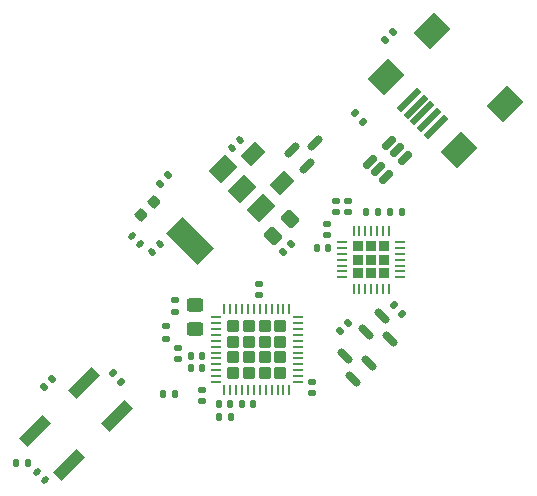
<source format=gbr>
%TF.GenerationSoftware,KiCad,Pcbnew,6.0.1-79c1e3a40b~116~ubuntu20.04.1*%
%TF.CreationDate,2022-02-07T17:34:27-08:00*%
%TF.ProjectId,MirageR1,4d697261-6765-4523-912e-6b696361645f,rev?*%
%TF.SameCoordinates,Original*%
%TF.FileFunction,Paste,Bot*%
%TF.FilePolarity,Positive*%
%FSLAX46Y46*%
G04 Gerber Fmt 4.6, Leading zero omitted, Abs format (unit mm)*
G04 Created by KiCad (PCBNEW 6.0.1-79c1e3a40b~116~ubuntu20.04.1) date 2022-02-07 17:34:27*
%MOMM*%
%LPD*%
G01*
G04 APERTURE LIST*
G04 Aperture macros list*
%AMRoundRect*
0 Rectangle with rounded corners*
0 $1 Rounding radius*
0 $2 $3 $4 $5 $6 $7 $8 $9 X,Y pos of 4 corners*
0 Add a 4 corners polygon primitive as box body*
4,1,4,$2,$3,$4,$5,$6,$7,$8,$9,$2,$3,0*
0 Add four circle primitives for the rounded corners*
1,1,$1+$1,$2,$3*
1,1,$1+$1,$4,$5*
1,1,$1+$1,$6,$7*
1,1,$1+$1,$8,$9*
0 Add four rect primitives between the rounded corners*
20,1,$1+$1,$2,$3,$4,$5,0*
20,1,$1+$1,$4,$5,$6,$7,0*
20,1,$1+$1,$6,$7,$8,$9,0*
20,1,$1+$1,$8,$9,$2,$3,0*%
%AMRotRect*
0 Rectangle, with rotation*
0 The origin of the aperture is its center*
0 $1 length*
0 $2 width*
0 $3 Rotation angle, in degrees counterclockwise*
0 Add horizontal line*
21,1,$1,$2,0,0,$3*%
G04 Aperture macros list end*
%ADD10RoundRect,0.250000X-0.285000X-0.285000X0.285000X-0.285000X0.285000X0.285000X-0.285000X0.285000X0*%
%ADD11RoundRect,0.062500X-0.337500X-0.062500X0.337500X-0.062500X0.337500X0.062500X-0.337500X0.062500X0*%
%ADD12RoundRect,0.062500X-0.062500X-0.337500X0.062500X-0.337500X0.062500X0.337500X-0.062500X0.337500X0*%
%ADD13RoundRect,0.225000X-0.225000X-0.225000X0.225000X-0.225000X0.225000X0.225000X-0.225000X0.225000X0*%
%ADD14RoundRect,0.150000X0.256326X0.468458X-0.468458X-0.256326X-0.256326X-0.468458X0.468458X0.256326X0*%
%ADD15RotRect,2.000000X1.500000X225.000000*%
%ADD16RotRect,2.000000X3.800000X225.000000*%
%ADD17RotRect,2.800000X1.000000X225.000000*%
%ADD18RoundRect,0.135000X0.135000X0.185000X-0.135000X0.185000X-0.135000X-0.185000X0.135000X-0.185000X0*%
%ADD19RoundRect,0.135000X0.185000X-0.135000X0.185000X0.135000X-0.185000X0.135000X-0.185000X-0.135000X0*%
%ADD20RoundRect,0.135000X-0.035355X0.226274X-0.226274X0.035355X0.035355X-0.226274X0.226274X-0.035355X0*%
%ADD21RoundRect,0.135000X-0.226274X-0.035355X-0.035355X-0.226274X0.226274X0.035355X0.035355X0.226274X0*%
%ADD22RoundRect,0.135000X0.035355X-0.226274X0.226274X-0.035355X-0.035355X0.226274X-0.226274X0.035355X0*%
%ADD23RoundRect,0.135000X-0.135000X-0.185000X0.135000X-0.185000X0.135000X0.185000X-0.135000X0.185000X0*%
%ADD24RoundRect,0.150000X-0.521491X0.309359X0.309359X-0.521491X0.521491X-0.309359X-0.309359X0.521491X0*%
%ADD25RoundRect,0.150000X0.521491X-0.309359X-0.309359X0.521491X-0.521491X0.309359X0.309359X-0.521491X0*%
%ADD26RoundRect,0.150000X-0.309359X-0.521491X0.521491X0.309359X0.309359X0.521491X-0.521491X-0.309359X0*%
%ADD27RotRect,2.000000X2.500000X315.000000*%
%ADD28RotRect,0.500000X2.500000X315.000000*%
%ADD29RoundRect,0.250000X0.450000X-0.325000X0.450000X0.325000X-0.450000X0.325000X-0.450000X-0.325000X0*%
%ADD30RoundRect,0.250000X-0.088388X0.548008X-0.548008X0.088388X0.088388X-0.548008X0.548008X-0.088388X0*%
%ADD31RotRect,1.300000X1.700000X315.000000*%
%ADD32RoundRect,0.140000X0.021213X-0.219203X0.219203X-0.021213X-0.021213X0.219203X-0.219203X0.021213X0*%
%ADD33RoundRect,0.140000X0.219203X0.021213X0.021213X0.219203X-0.219203X-0.021213X-0.021213X-0.219203X0*%
%ADD34RoundRect,0.140000X-0.170000X0.140000X-0.170000X-0.140000X0.170000X-0.140000X0.170000X0.140000X0*%
%ADD35RoundRect,0.140000X-0.219203X-0.021213X-0.021213X-0.219203X0.219203X0.021213X0.021213X0.219203X0*%
%ADD36RoundRect,0.140000X0.140000X0.170000X-0.140000X0.170000X-0.140000X-0.170000X0.140000X-0.170000X0*%
%ADD37RoundRect,0.140000X0.170000X-0.140000X0.170000X0.140000X-0.170000X0.140000X-0.170000X-0.140000X0*%
%ADD38RoundRect,0.225000X-0.017678X0.335876X-0.335876X0.017678X0.017678X-0.335876X0.335876X-0.017678X0*%
%ADD39RoundRect,0.140000X-0.021213X0.219203X-0.219203X0.021213X0.021213X-0.219203X0.219203X-0.021213X0*%
G04 APERTURE END LIST*
D10*
%TO.C,U4*%
X149447309Y-101901612D03*
X149447309Y-103221612D03*
X145487309Y-103221612D03*
X148127309Y-103221612D03*
X146807309Y-101901612D03*
X149447309Y-104541612D03*
X148127309Y-104541612D03*
X148127309Y-101901612D03*
X146807309Y-103221612D03*
X146807309Y-105861612D03*
X145487309Y-104541612D03*
X145487309Y-105861612D03*
X149447309Y-105861612D03*
X145487309Y-101901612D03*
X146807309Y-104541612D03*
X148127309Y-105861612D03*
D11*
X144017309Y-106631612D03*
X144017309Y-106131612D03*
X144017309Y-105631612D03*
X144017309Y-105131612D03*
X144017309Y-104631612D03*
X144017309Y-104131612D03*
X144017309Y-103631612D03*
X144017309Y-103131612D03*
X144017309Y-102631612D03*
X144017309Y-102131612D03*
X144017309Y-101631612D03*
X144017309Y-101131612D03*
D12*
X144717309Y-100431612D03*
X145217309Y-100431612D03*
X145717309Y-100431612D03*
X146217309Y-100431612D03*
X146717309Y-100431612D03*
X147217309Y-100431612D03*
X147717309Y-100431612D03*
X148217309Y-100431612D03*
X148717309Y-100431612D03*
X149217309Y-100431612D03*
X149717309Y-100431612D03*
X150217309Y-100431612D03*
D11*
X150917309Y-101131612D03*
X150917309Y-101631612D03*
X150917309Y-102131612D03*
X150917309Y-102631612D03*
X150917309Y-103131612D03*
X150917309Y-103631612D03*
X150917309Y-104131612D03*
X150917309Y-104631612D03*
X150917309Y-105131612D03*
X150917309Y-105631612D03*
X150917309Y-106131612D03*
X150917309Y-106631612D03*
D12*
X150217309Y-107331612D03*
X149717309Y-107331612D03*
X149217309Y-107331612D03*
X148717309Y-107331612D03*
X148217309Y-107331612D03*
X147717309Y-107331612D03*
X147217309Y-107331612D03*
X146717309Y-107331612D03*
X146217309Y-107331612D03*
X145717309Y-107331612D03*
X145217309Y-107331612D03*
X144717309Y-107331612D03*
%TD*%
D13*
%TO.C,U3*%
X157150913Y-96266000D03*
X156030913Y-97386000D03*
X158270913Y-96266000D03*
X156030913Y-95146000D03*
X158270913Y-95146000D03*
X156030913Y-96266000D03*
X157150913Y-97386000D03*
X157150913Y-95146000D03*
X158270913Y-97386000D03*
D11*
X154700913Y-97766000D03*
X154700913Y-97266000D03*
X154700913Y-96766000D03*
X154700913Y-96266000D03*
X154700913Y-95766000D03*
X154700913Y-95266000D03*
X154700913Y-94766000D03*
D12*
X155650913Y-93816000D03*
X156150913Y-93816000D03*
X156650913Y-93816000D03*
X157150913Y-93816000D03*
X157650913Y-93816000D03*
X158150913Y-93816000D03*
X158650913Y-93816000D03*
D11*
X159600913Y-94766000D03*
X159600913Y-95266000D03*
X159600913Y-95766000D03*
X159600913Y-96266000D03*
X159600913Y-96766000D03*
X159600913Y-97266000D03*
X159600913Y-97766000D03*
D12*
X158650913Y-98716000D03*
X158150913Y-98716000D03*
X157650913Y-98716000D03*
X157150913Y-98716000D03*
X156650913Y-98716000D03*
X156150913Y-98716000D03*
X155650913Y-98716000D03*
%TD*%
D14*
%TO.C,U2*%
X157074828Y-87957496D03*
X157746579Y-88629247D03*
X158418330Y-89300998D03*
X160026998Y-87692330D03*
X159355247Y-87020579D03*
X158683496Y-86348828D03*
%TD*%
D15*
%TO.C,U1*%
X147853245Y-91871266D03*
X146226899Y-90244921D03*
D16*
X141772127Y-94699693D03*
D15*
X144600554Y-88618575D03*
%TD*%
D17*
%TO.C,SW2*%
X131520517Y-113639736D03*
X135621736Y-109538517D03*
X128692090Y-110811309D03*
X132793309Y-106710090D03*
%TD*%
D18*
%TO.C,R14*%
X139554722Y-107638705D03*
X140574722Y-107638705D03*
%TD*%
D19*
%TO.C,R13*%
X140538913Y-100724913D03*
X140538913Y-99704913D03*
%TD*%
D20*
%TO.C,R12*%
X149650913Y-95624913D03*
X150372161Y-94903665D03*
%TD*%
D21*
%TO.C,R11*%
X135966913Y-106618913D03*
X135245665Y-105897665D03*
%TD*%
D22*
%TO.C,R10*%
X154472752Y-102321248D03*
X155194000Y-101600000D03*
%TD*%
D21*
%TO.C,R9*%
X159044752Y-100116752D03*
X159766000Y-100838000D03*
%TD*%
D20*
%TO.C,R8*%
X139238635Y-89828023D03*
X139959883Y-89106775D03*
%TD*%
D19*
%TO.C,R7*%
X139750913Y-102944913D03*
X139750913Y-101924913D03*
%TD*%
D23*
%TO.C,R6*%
X159766000Y-92202000D03*
X158746000Y-92202000D03*
%TD*%
D20*
%TO.C,R5*%
X158282752Y-77683248D03*
X159004000Y-76962000D03*
%TD*%
D23*
%TO.C,R4*%
X127072913Y-113476913D03*
X128092913Y-113476913D03*
%TD*%
%TO.C,R3*%
X157736000Y-92202000D03*
X156716000Y-92202000D03*
%TD*%
D21*
%TO.C,R2*%
X156464000Y-84582000D03*
X155742752Y-83860752D03*
%TD*%
D20*
%TO.C,R1*%
X129403665Y-107086161D03*
X130124913Y-106364913D03*
%TD*%
D24*
%TO.C,Q3*%
X156718000Y-102362000D03*
X158061503Y-101018497D03*
X158715577Y-103016074D03*
%TD*%
D25*
%TO.C,Q2*%
X156937577Y-105048074D03*
X155594074Y-106391577D03*
X154940000Y-104394000D03*
%TD*%
D26*
%TO.C,Q1*%
X151745926Y-88357577D03*
X150402423Y-87014074D03*
X152400000Y-86360000D03*
%TD*%
D27*
%TO.C,J1*%
X162261340Y-76880120D03*
X158372253Y-80769208D03*
X164594792Y-86991747D03*
X168483880Y-83102660D03*
D28*
X162614893Y-85011848D03*
X162049208Y-84446163D03*
X161483522Y-83880478D03*
X160917837Y-83314792D03*
X160352152Y-82749107D03*
%TD*%
D29*
%TO.C,D8*%
X142250913Y-102174912D03*
X142250913Y-100124912D03*
%TD*%
D30*
%TO.C,D7*%
X148826129Y-94249697D03*
X150275697Y-92800129D03*
%TD*%
D31*
%TO.C,D1*%
X147150913Y-87324913D03*
X149625787Y-89799787D03*
%TD*%
D32*
%TO.C,C18*%
X139268913Y-94934913D03*
X138590091Y-95613735D03*
%TD*%
D33*
%TO.C,C17*%
X128854913Y-114238913D03*
X129533735Y-114917735D03*
%TD*%
D34*
%TO.C,C16*%
X140750913Y-104704913D03*
X140750913Y-103744913D03*
%TD*%
D35*
%TO.C,C15*%
X137576324Y-94934913D03*
X136897502Y-94256091D03*
%TD*%
D36*
%TO.C,C14*%
X141887512Y-105428618D03*
X142847512Y-105428618D03*
%TD*%
%TO.C,C13*%
X141890913Y-104424913D03*
X142850913Y-104424913D03*
%TD*%
D37*
%TO.C,C12*%
X147655838Y-98301815D03*
X147655838Y-99261815D03*
%TD*%
D36*
%TO.C,C11*%
X153530913Y-95268000D03*
X152570913Y-95268000D03*
%TD*%
D37*
%TO.C,C10*%
X153416000Y-93236000D03*
X153416000Y-94196000D03*
%TD*%
%TO.C,C9*%
X155194000Y-91260000D03*
X155194000Y-92220000D03*
%TD*%
%TO.C,C8*%
X154178000Y-91260000D03*
X154178000Y-92220000D03*
%TD*%
%TO.C,C7*%
X152150913Y-107584913D03*
X152150913Y-106624913D03*
%TD*%
D36*
%TO.C,C6*%
X146170913Y-108524913D03*
X147130913Y-108524913D03*
%TD*%
%TO.C,C5*%
X144220964Y-108524913D03*
X145180964Y-108524913D03*
%TD*%
D34*
%TO.C,C4*%
X142804669Y-108269938D03*
X142804669Y-107309938D03*
%TD*%
D36*
%TO.C,C3*%
X144276700Y-109600548D03*
X145236700Y-109600548D03*
%TD*%
D38*
%TO.C,C2*%
X137624018Y-92522509D03*
X138720034Y-91426493D03*
%TD*%
D39*
%TO.C,C1*%
X145372091Y-86803735D03*
X146050913Y-86124913D03*
%TD*%
M02*

</source>
